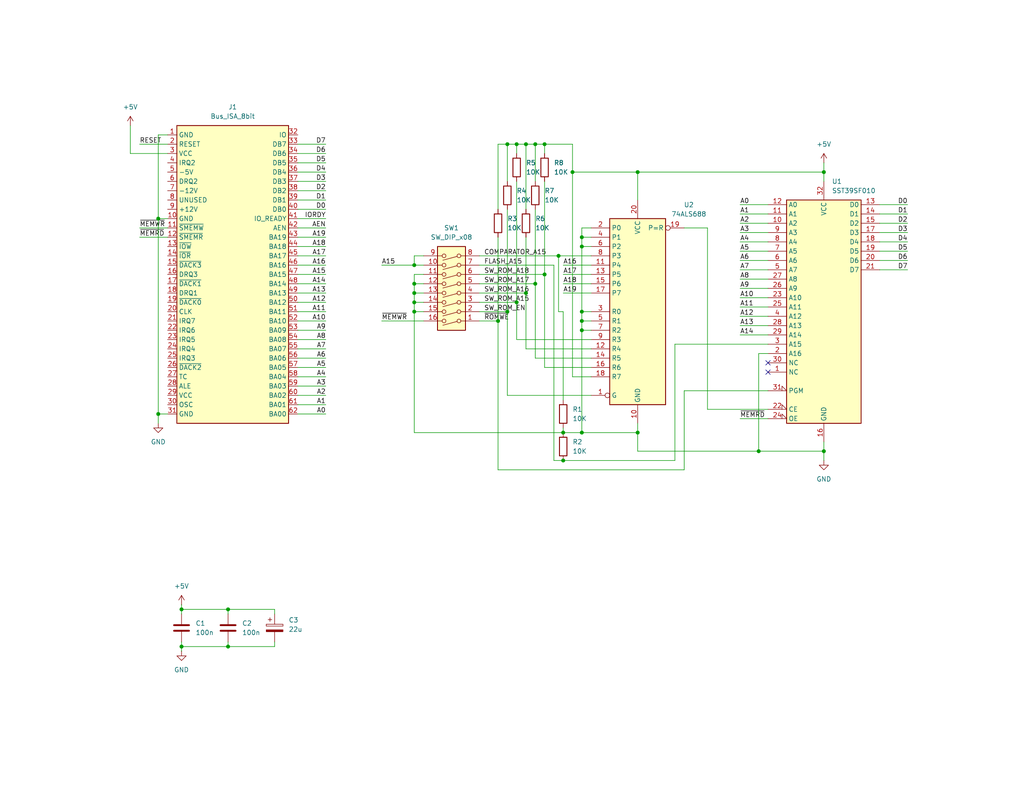
<source format=kicad_sch>
(kicad_sch (version 20231120) (generator "eeschema") (generator_version "8.0")
  (paper "USLetter")
  (title_block (title "ROM 'n Roll Star") (date "2024-09-21") (rev "1"))
  (lib_symbols
    (symbol "74xx:74LS688"
      (property "Reference" "U" (at -7.62 26.67 0))
      (property "Value" "74LS688" (at -7.62 -26.67 0))
      (symbol "74LS688_1_0"
        (pin input inverted (at -12.7 -22.86 0) (length 5.08) (name "G") (number "1"))
        (pin power_in line (at 0 -30.48 90) (length 5.08) (name "GND") (number "10"))
        (pin input line (at -12.7 12.7 0) (length 5.08) (name "P4") (number "11"))
        (pin input line (at -12.7 -10.16 0) (length 5.08) (name "R4") (number "12"))
        (pin input line (at -12.7 10.16 0) (length 5.08) (name "P5") (number "13"))
        (pin input line (at -12.7 -12.7 0) (length 5.08) (name "R5") (number "14"))
        (pin input line (at -12.7 7.62 0) (length 5.08) (name "P6") (number "15"))
        (pin input line (at -12.7 -15.24 0) (length 5.08) (name "R6") (number "16"))
        (pin input line (at -12.7 5.08 0) (length 5.08) (name "P7") (number "17"))
        (pin input line (at -12.7 -17.78 0) (length 5.08) (name "R7") (number "18"))
        (pin output inverted (at 12.7 22.86 180) (length 5.08) (name "P=R") (number "19"))
        (pin input line (at -12.7 22.86 0) (length 5.08) (name "P0") (number "2"))
        (pin power_in line (at 0 30.48 270) (length 5.08) (name "VCC") (number "20"))
        (pin input line (at -12.7 0 0) (length 5.08) (name "R0") (number "3"))
        (pin input line (at -12.7 20.32 0) (length 5.08) (name "P1") (number "4"))
        (pin input line (at -12.7 -2.54 0) (length 5.08) (name "R1") (number "5"))
        (pin input line (at -12.7 17.78 0) (length 5.08) (name "P2") (number "6"))
        (pin input line (at -12.7 -5.08 0) (length 5.08) (name "R2") (number "7"))
        (pin input line (at -12.7 15.24 0) (length 5.08) (name "P3") (number "8"))
        (pin input line (at -12.7 -7.62 0) (length 5.08) (name "R3") (number "9"))
      )
      (symbol "74LS688_1_1"
        (rectangle (start -7.62 25.4) (end 7.62 -25.4) (stroke (width 0.254)) (fill (type background)))
      )
    )
    (symbol "Connector:Bus_ISA_8bit"
      (property "Reference" "J" (at 0 42.545 0))
      (property "Value" "Bus_ISA_8bit" (at 0 -42.545 0))
      (symbol "Bus_ISA_8bit_0_1"
        (rectangle (start -15.24 -40.64) (end 15.24 40.64) (stroke (width 0.254)) (fill (type background)))
      )
      (symbol "Bus_ISA_8bit_1_1"
        (pin power_in line (at -17.78 38.1 0) (length 2.54) (name "GND") (number "1"))
        (pin power_in line (at -17.78 15.24 0) (length 2.54) (name "GND") (number "10"))
        (pin output line (at -17.78 12.7 0) (length 2.54) (name "~{SMEMW}") (number "11"))
        (pin output line (at -17.78 10.16 0) (length 2.54) (name "~{SMEMR}") (number "12"))
        (pin output line (at -17.78 7.62 0) (length 2.54) (name "~{IOW}") (number "13"))
        (pin output line (at -17.78 5.08 0) (length 2.54) (name "~{IOR}") (number "14"))
        (pin passive line (at -17.78 2.54 0) (length 2.54) (name "~{DACK3}") (number "15"))
        (pin passive line (at -17.78 0 0) (length 2.54) (name "DRQ3") (number "16"))
        (pin passive line (at -17.78 -2.54 0) (length 2.54) (name "~{DACK1}") (number "17"))
        (pin passive line (at -17.78 -5.08 0) (length 2.54) (name "DRQ1") (number "18"))
        (pin passive line (at -17.78 -7.62 0) (length 2.54) (name "~{DACK0}") (number "19"))
        (pin output line (at -17.78 35.56 0) (length 2.54) (name "RESET") (number "2"))
        (pin output line (at -17.78 -10.16 0) (length 2.54) (name "CLK") (number "20"))
        (pin passive line (at -17.78 -12.7 0) (length 2.54) (name "IRQ7") (number "21"))
        (pin passive line (at -17.78 -15.24 0) (length 2.54) (name "IRQ6") (number "22"))
        (pin passive line (at -17.78 -17.78 0) (length 2.54) (name "IRQ5") (number "23"))
        (pin passive line (at -17.78 -20.32 0) (length 2.54) (name "IRQ4") (number "24"))
        (pin passive line (at -17.78 -22.86 0) (length 2.54) (name "IRQ3") (number "25"))
        (pin passive line (at -17.78 -25.4 0) (length 2.54) (name "~{DACK2}") (number "26"))
        (pin passive line (at -17.78 -27.94 0) (length 2.54) (name "TC") (number "27"))
        (pin output line (at -17.78 -30.48 0) (length 2.54) (name "ALE") (number "28"))
        (pin power_in line (at -17.78 -33.02 0) (length 2.54) (name "VCC") (number "29"))
        (pin power_in line (at -17.78 33.02 0) (length 2.54) (name "VCC") (number "3"))
        (pin output line (at -17.78 -35.56 0) (length 2.54) (name "OSC") (number "30"))
        (pin power_in line (at -17.78 -38.1 0) (length 2.54) (name "GND") (number "31"))
        (pin passive line (at 17.78 38.1 180) (length 2.54) (name "IO") (number "32"))
        (pin tri_state line (at 17.78 35.56 180) (length 2.54) (name "DB7") (number "33"))
        (pin tri_state line (at 17.78 33.02 180) (length 2.54) (name "DB6") (number "34"))
        (pin tri_state line (at 17.78 30.48 180) (length 2.54) (name "DB5") (number "35"))
        (pin tri_state line (at 17.78 27.94 180) (length 2.54) (name "DB4") (number "36"))
        (pin tri_state line (at 17.78 25.4 180) (length 2.54) (name "DB3") (number "37"))
        (pin tri_state line (at 17.78 22.86 180) (length 2.54) (name "DB2") (number "38"))
        (pin tri_state line (at 17.78 20.32 180) (length 2.54) (name "DB1") (number "39"))
        (pin passive line (at -17.78 30.48 0) (length 2.54) (name "IRQ2") (number "4"))
        (pin tri_state line (at 17.78 17.78 180) (length 2.54) (name "DB0") (number "40"))
        (pin passive line (at 17.78 15.24 180) (length 2.54) (name "IO_READY") (number "41"))
        (pin output line (at 17.78 12.7 180) (length 2.54) (name "AEN") (number "42"))
        (pin tri_state line (at 17.78 10.16 180) (length 2.54) (name "BA19") (number "43"))
        (pin tri_state line (at 17.78 7.62 180) (length 2.54) (name "BA18") (number "44"))
        (pin tri_state line (at 17.78 5.08 180) (length 2.54) (name "BA17") (number "45"))
        (pin tri_state line (at 17.78 2.54 180) (length 2.54) (name "BA16") (number "46"))
        (pin tri_state line (at 17.78 0 180) (length 2.54) (name "BA15") (number "47"))
        (pin tri_state line (at 17.78 -2.54 180) (length 2.54) (name "BA14") (number "48"))
        (pin tri_state line (at 17.78 -5.08 180) (length 2.54) (name "BA13") (number "49"))
        (pin power_in line (at -17.78 27.94 0) (length 2.54) (name "-5V") (number "5"))
        (pin tri_state line (at 17.78 -7.62 180) (length 2.54) (name "BA12") (number "50"))
        (pin tri_state line (at 17.78 -10.16 180) (length 2.54) (name "BA11") (number "51"))
        (pin tri_state line (at 17.78 -12.7 180) (length 2.54) (name "BA10") (number "52"))
        (pin tri_state line (at 17.78 -15.24 180) (length 2.54) (name "BA09") (number "53"))
        (pin tri_state line (at 17.78 -17.78 180) (length 2.54) (name "BA08") (number "54"))
        (pin tri_state line (at 17.78 -20.32 180) (length 2.54) (name "BA07") (number "55"))
        (pin tri_state line (at 17.78 -22.86 180) (length 2.54) (name "BA06") (number "56"))
        (pin tri_state line (at 17.78 -25.4 180) (length 2.54) (name "BA05") (number "57"))
        (pin tri_state line (at 17.78 -27.94 180) (length 2.54) (name "BA04") (number "58"))
        (pin tri_state line (at 17.78 -30.48 180) (length 2.54) (name "BA03") (number "59"))
        (pin passive line (at -17.78 25.4 0) (length 2.54) (name "DRQ2") (number "6"))
        (pin tri_state line (at 17.78 -33.02 180) (length 2.54) (name "BA02") (number "60"))
        (pin tri_state line (at 17.78 -35.56 180) (length 2.54) (name "BA01") (number "61"))
        (pin tri_state line (at 17.78 -38.1 180) (length 2.54) (name "BA00") (number "62"))
        (pin power_in line (at -17.78 22.86 0) (length 2.54) (name "-12V") (number "7"))
        (pin passive line (at -17.78 20.32 0) (length 2.54) (name "UNUSED") (number "8"))
        (pin power_in line (at -17.78 17.78 0) (length 2.54) (name "+12V") (number "9"))
      )
    )
    (symbol "Device:C" (pin_numbers hide) (pin_names (offset 0.254))
      (property "Reference" "C" (at 0.635 2.54 0))
      (property "Value" "C" (at 0.635 -2.54 0))
      (symbol "C_0_1"
        (polyline (pts (xy -2.032 -0.762) (xy 2.032 -0.762)) (stroke (width 0.508)))
        (polyline (pts (xy -2.032 0.762) (xy 2.032 0.762)) (stroke (width 0.508)))
      )
      (symbol "C_1_1"
        (pin passive line (at 0 3.81 270) (length 2.794) (name "~") (number "1"))
        (pin passive line (at 0 -3.81 90) (length 2.794) (name "~") (number "2"))
      )
    )
    (symbol "Device:C_Polarized" (pin_numbers hide) (pin_names (offset 0.254))
      (property "Reference" "C" (at 0.635 2.54 0))
      (property "Value" "C_Polarized" (at 0.635 -2.54 0))
      (symbol "C_Polarized_0_1"
        (rectangle (start -2.286 0.508) (end 2.286 1.016))
        (polyline (pts (xy -1.778 2.286) (xy -0.762 2.286)))
        (polyline (pts (xy -1.27 2.794) (xy -1.27 1.778)))
        (rectangle (start 2.286 -0.508) (end -2.286 -1.016) (fill (type outline)))
      )
      (symbol "C_Polarized_1_1"
        (pin passive line (at 0 3.81 270) (length 2.794) (name "~") (number "1"))
        (pin passive line (at 0 -3.81 90) (length 2.794) (name "~") (number "2"))
      )
    )
    (symbol "Device:R" (pin_numbers hide) (pin_names (offset 0))
      (property "Reference" "R" (at 2.032 0 90))
      (property "Value" "R" (at 0 0 90))
      (symbol "R_0_1"
        (rectangle (start -1.016 -2.54) (end 1.016 2.54) (stroke (width 0.254)))
      )
      (symbol "R_1_1"
        (pin passive line (at 0 3.81 270) (length 1.27) (name "~") (number "1"))
        (pin passive line (at 0 -3.81 90) (length 1.27) (name "~") (number "2"))
      )
    )
    (symbol "Memory_Flash:SST39SF010"
      (property "Reference" "U" (at 2.54 33.02 0))
      (property "Value" "SST39SF010" (at 0 -30.48 0))
      (symbol "SST39SF010_0_0"
        (pin power_in line (at 0 -34.29 90) (length 5.08) (name "GND") (number "16"))
        (pin power_in line (at 0 36.83 270) (length 5.08) (name "VCC") (number "32"))
      )
      (symbol "SST39SF010_0_1"
        (rectangle (start -10.16 31.75) (end 10.16 -29.21) (stroke (width 0.254)) (fill (type background)))
      )
      (symbol "SST39SF010_1_1"
        (pin input line (at -15.24 -15.24 0) (length 5.08) (name "NC") (number "1"))
        (pin input line (at -15.24 25.4 0) (length 5.08) (name "A2") (number "10"))
        (pin input line (at -15.24 27.94 0) (length 5.08) (name "A1") (number "11"))
        (pin input line (at -15.24 30.48 0) (length 5.08) (name "A0") (number "12"))
        (pin tri_state line (at 15.24 30.48 180) (length 5.08) (name "D0") (number "13"))
        (pin tri_state line (at 15.24 27.94 180) (length 5.08) (name "D1") (number "14"))
        (pin tri_state line (at 15.24 25.4 180) (length 5.08) (name "D2") (number "15"))
        (pin tri_state line (at 15.24 22.86 180) (length 5.08) (name "D3") (number "17"))
        (pin tri_state line (at 15.24 20.32 180) (length 5.08) (name "D4") (number "18"))
        (pin tri_state line (at 15.24 17.78 180) (length 5.08) (name "D5") (number "19"))
        (pin input line (at -15.24 -10.16 0) (length 5.08) (name "A16") (number "2"))
        (pin tri_state line (at 15.24 15.24 180) (length 5.08) (name "D6") (number "20"))
        (pin tri_state line (at 15.24 12.7 180) (length 5.08) (name "D7") (number "21"))
        (pin input input_low (at -15.24 -25.4 0) (length 5.08) (name "CE") (number "22"))
        (pin input line (at -15.24 5.08 0) (length 5.08) (name "A10") (number "23"))
        (pin input input_low (at -15.24 -27.94 0) (length 5.08) (name "OE") (number "24"))
        (pin input line (at -15.24 2.54 0) (length 5.08) (name "A11") (number "25"))
        (pin input line (at -15.24 7.62 0) (length 5.08) (name "A9") (number "26"))
        (pin input line (at -15.24 10.16 0) (length 5.08) (name "A8") (number "27"))
        (pin input line (at -15.24 -2.54 0) (length 5.08) (name "A13") (number "28"))
        (pin input line (at -15.24 -5.08 0) (length 5.08) (name "A14") (number "29"))
        (pin input line (at -15.24 -7.62 0) (length 5.08) (name "A15") (number "3"))
        (pin input line (at -15.24 -12.7 0) (length 5.08) (name "NC") (number "30"))
        (pin input input_low (at -15.24 -20.32 0) (length 5.08) (name "PGM") (number "31"))
        (pin input line (at -15.24 0 0) (length 5.08) (name "A12") (number "4"))
        (pin input line (at -15.24 12.7 0) (length 5.08) (name "A7") (number "5"))
        (pin input line (at -15.24 15.24 0) (length 5.08) (name "A6") (number "6"))
        (pin input line (at -15.24 17.78 0) (length 5.08) (name "A5") (number "7"))
        (pin input line (at -15.24 20.32 0) (length 5.08) (name "A4") (number "8"))
        (pin input line (at -15.24 22.86 0) (length 5.08) (name "A3") (number "9"))
      )
    )
    (symbol "Switch:SW_DIP_x08" (pin_names (offset 0) hide)
      (property "Reference" "SW" (at 0 13.97 0))
      (property "Value" "SW_DIP_x08" (at 0 -11.43 0))
      (symbol "SW_DIP_x08_0_0"
        (circle (center -2.032 -7.62) (radius 0.508))
        (circle (center -2.032 -5.08) (radius 0.508))
        (circle (center -2.032 -2.54) (radius 0.508))
        (circle (center -2.032 0) (radius 0.508))
        (circle (center -2.032 2.54) (radius 0.508))
        (circle (center -2.032 5.08) (radius 0.508))
        (circle (center -2.032 7.62) (radius 0.508))
        (circle (center -2.032 10.16) (radius 0.508))
        (polyline (pts (xy -1.524 -7.4676) (xy 2.3622 -6.4262)))
        (polyline (pts (xy -1.524 -4.9276) (xy 2.3622 -3.8862)))
        (polyline (pts (xy -1.524 -2.3876) (xy 2.3622 -1.3462)))
        (polyline (pts (xy -1.524 0.127) (xy 2.3622 1.1684)))
        (polyline (pts (xy -1.524 2.667) (xy 2.3622 3.7084)))
        (polyline (pts (xy -1.524 5.207) (xy 2.3622 6.2484)))
        (polyline (pts (xy -1.524 7.747) (xy 2.3622 8.7884)))
        (polyline (pts (xy -1.524 10.287) (xy 2.3622 11.3284)))
        (circle (center 2.032 -7.62) (radius 0.508))
        (circle (center 2.032 -5.08) (radius 0.508))
        (circle (center 2.032 -2.54) (radius 0.508))
        (circle (center 2.032 0) (radius 0.508))
        (circle (center 2.032 2.54) (radius 0.508))
        (circle (center 2.032 5.08) (radius 0.508))
        (circle (center 2.032 7.62) (radius 0.508))
        (circle (center 2.032 10.16) (radius 0.508))
      )
      (symbol "SW_DIP_x08_0_1"
        (rectangle (start -3.81 12.7) (end 3.81 -10.16) (stroke (width 0.254)) (fill (type background)))
      )
      (symbol "SW_DIP_x08_1_1"
        (pin passive line (at -7.62 10.16 0) (length 5.08) (name "~") (number "1"))
        (pin passive line (at 7.62 -5.08 180) (length 5.08) (name "~") (number "10"))
        (pin passive line (at 7.62 -2.54 180) (length 5.08) (name "~") (number "11"))
        (pin passive line (at 7.62 0 180) (length 5.08) (name "~") (number "12"))
        (pin passive line (at 7.62 2.54 180) (length 5.08) (name "~") (number "13"))
        (pin passive line (at 7.62 5.08 180) (length 5.08) (name "~") (number "14"))
        (pin passive line (at 7.62 7.62 180) (length 5.08) (name "~") (number "15"))
        (pin passive line (at 7.62 10.16 180) (length 5.08) (name "~") (number "16"))
        (pin passive line (at -7.62 7.62 0) (length 5.08) (name "~") (number "2"))
        (pin passive line (at -7.62 5.08 0) (length 5.08) (name "~") (number "3"))
        (pin passive line (at -7.62 2.54 0) (length 5.08) (name "~") (number "4"))
        (pin passive line (at -7.62 0 0) (length 5.08) (name "~") (number "5"))
        (pin passive line (at -7.62 -2.54 0) (length 5.08) (name "~") (number "6"))
        (pin passive line (at -7.62 -5.08 0) (length 5.08) (name "~") (number "7"))
        (pin passive line (at -7.62 -7.62 0) (length 5.08) (name "~") (number "8"))
        (pin passive line (at 7.62 -7.62 180) (length 5.08) (name "~") (number "9"))
      )
    )
    (symbol "power:+5V" (power) (pin_numbers hide) (pin_names (offset 0) hide)
      (property "Value" "+5V" (at 0 3.556 0))
      (symbol "+5V_0_1"
        (polyline (pts (xy -0.762 1.27) (xy 0 2.54)))
        (polyline (pts (xy 0 0) (xy 0 2.54)))
        (polyline (pts (xy 0 2.54) (xy 0.762 1.27)))
      )
      (symbol "+5V_1_1"
        (pin power_in line (at 0 0 90) (length 0) (name "~") (number "1"))
      )
    )
    (symbol "power:GND" (power) (pin_numbers hide) (pin_names (offset 0) hide)
      (property "Value" "GND" (at 0 -3.81 0))
      (symbol "GND_0_1"
        (polyline (pts (xy 0 0) (xy 0 -1.27) (xy 1.27 -1.27) (xy 0 -2.54) (xy -1.27 -1.27) (xy 0 -1.27)))
      )
      (symbol "GND_1_1"
        (pin power_in line (at 0 0 270) (length 0) (name "~") (number "1"))
      )
    )
  )
  (junction (at 156.21 46.99))
  (junction (at 138.43 39.37))
  (junction (at 146.05 77.47))
  (junction (at 138.43 85.09))
  (junction (at 158.75 90.17))
  (junction (at 143.51 80.01))
  (junction (at 43.18 113.03))
  (junction (at 140.97 39.37))
  (junction (at 140.97 82.55))
  (junction (at 152.4 69.85))
  (junction (at 148.59 74.93))
  (junction (at 153.67 118.11))
  (junction (at 143.51 39.37))
  (junction (at 49.53 176.53))
  (junction (at 113.03 82.55))
  (junction (at 173.99 46.99))
  (junction (at 153.67 125.73))
  (junction (at 113.03 72.39))
  (junction (at 43.18 59.69))
  (junction (at 113.03 77.47))
  (junction (at 148.59 39.37))
  (junction (at 173.99 118.11))
  (junction (at 49.53 166.37))
  (junction (at 113.03 80.01))
  (junction (at 158.75 67.31))
  (junction (at 224.79 123.19))
  (junction (at 62.23 176.53))
  (junction (at 62.23 166.37))
  (junction (at 158.75 64.77))
  (junction (at 224.79 46.99))
  (junction (at 135.89 87.63))
  (junction (at 146.05 39.37))
  (junction (at 158.75 85.09))
  (junction (at 158.75 118.11))
  (junction (at 113.03 85.09))
  (junction (at 207.01 123.19))
  (junction (at 158.75 87.63))
  (no_connect (at 209.55 99.06))
  (no_connect (at 209.55 101.6))
  (wire (pts (xy 62.23 176.53) (xy 74.93 176.53)))
  (wire (pts (xy 49.53 175.26) (xy 49.53 176.53)))
  (wire (pts (xy 240.03 73.66) (xy 247.65 73.66)))
  (wire (pts (xy 81.28 57.15) (xy 88.9 57.15)))
  (wire (pts (xy 113.03 72.39) (xy 113.03 69.85)))
  (wire (pts (xy 153.67 109.22) (xy 153.67 85.09)))
  (wire (pts (xy 209.55 60.96) (xy 201.93 60.96)))
  (wire (pts (xy 81.28 39.37) (xy 88.9 39.37)))
  (wire (pts (xy 156.21 46.99) (xy 156.21 102.87)))
  (wire (pts (xy 161.29 72.39) (xy 153.67 72.39)))
  (wire (pts (xy 43.18 113.03) (xy 43.18 115.57)))
  (wire (pts (xy 43.18 59.69) (xy 43.18 113.03)))
  (wire (pts (xy 209.55 96.52) (xy 207.01 96.52)))
  (wire (pts (xy 209.55 71.12) (xy 201.93 71.12)))
  (wire (pts (xy 81.28 44.45) (xy 88.9 44.45)))
  (wire (pts (xy 113.03 82.55) (xy 115.57 82.55)))
  (wire (pts (xy 152.4 69.85) (xy 161.29 69.85)))
  (wire (pts (xy 158.75 62.23) (xy 158.75 64.77)))
  (wire (pts (xy 224.79 123.19) (xy 224.79 125.73)))
  (wire (pts (xy 143.51 39.37) (xy 140.97 39.37)))
  (wire (pts (xy 81.28 67.31) (xy 88.9 67.31)))
  (wire (pts (xy 138.43 85.09) (xy 130.81 85.09)))
  (wire (pts (xy 81.28 77.47) (xy 88.9 77.47)))
  (wire (pts (xy 153.67 116.84) (xy 153.67 118.11)))
  (wire (pts (xy 151.13 72.39) (xy 130.81 72.39)))
  (wire (pts (xy 161.29 95.25) (xy 143.51 95.25)))
  (wire (pts (xy 207.01 96.52) (xy 207.01 123.19)))
  (wire (pts (xy 156.21 39.37) (xy 156.21 46.99)))
  (wire (pts (xy 161.29 102.87) (xy 156.21 102.87)))
  (wire (pts (xy 186.69 62.23) (xy 193.04 62.23)))
  (wire (pts (xy 209.55 76.2) (xy 201.93 76.2)))
  (wire (pts (xy 140.97 92.71) (xy 140.97 82.55)))
  (wire (pts (xy 130.81 69.85) (xy 152.4 69.85)))
  (wire (pts (xy 240.03 55.88) (xy 247.65 55.88)))
  (wire (pts (xy 81.28 107.95) (xy 88.9 107.95)))
  (wire (pts (xy 209.55 88.9) (xy 201.93 88.9)))
  (wire (pts (xy 104.14 72.39) (xy 113.03 72.39)))
  (wire (pts (xy 224.79 44.45) (xy 224.79 46.99)))
  (wire (pts (xy 81.28 105.41) (xy 88.9 105.41)))
  (wire (pts (xy 161.29 97.79) (xy 146.05 97.79)))
  (wire (pts (xy 207.01 123.19) (xy 173.99 123.19)))
  (wire (pts (xy 49.53 165.1) (xy 49.53 166.37)))
  (wire (pts (xy 161.29 80.01) (xy 153.67 80.01)))
  (wire (pts (xy 201.93 114.3) (xy 209.55 114.3)))
  (wire (pts (xy 143.51 80.01) (xy 130.81 80.01)))
  (wire (pts (xy 104.14 87.63) (xy 115.57 87.63)))
  (wire (pts (xy 81.28 95.25) (xy 88.9 95.25)))
  (wire (pts (xy 143.51 64.77) (xy 143.51 80.01)))
  (wire (pts (xy 158.75 85.09) (xy 161.29 85.09)))
  (wire (pts (xy 186.69 106.68) (xy 209.55 106.68)))
  (wire (pts (xy 49.53 176.53) (xy 49.53 177.8)))
  (wire (pts (xy 113.03 118.11) (xy 113.03 85.09)))
  (wire (pts (xy 158.75 67.31) (xy 158.75 85.09)))
  (wire (pts (xy 62.23 166.37) (xy 74.93 166.37)))
  (wire (pts (xy 158.75 87.63) (xy 158.75 85.09)))
  (wire (pts (xy 209.55 73.66) (xy 201.93 73.66)))
  (wire (pts (xy 81.28 52.07) (xy 88.9 52.07)))
  (wire (pts (xy 186.69 128.27) (xy 186.69 106.68)))
  (wire (pts (xy 81.28 46.99) (xy 88.9 46.99)))
  (wire (pts (xy 49.53 166.37) (xy 62.23 166.37)))
  (wire (pts (xy 161.29 77.47) (xy 153.67 77.47)))
  (wire (pts (xy 81.28 80.01) (xy 88.9 80.01)))
  (wire (pts (xy 81.28 113.03) (xy 88.9 113.03)))
  (wire (pts (xy 161.29 107.95) (xy 138.43 107.95)))
  (wire (pts (xy 148.59 74.93) (xy 130.81 74.93)))
  (wire (pts (xy 156.21 46.99) (xy 173.99 46.99)))
  (wire (pts (xy 146.05 39.37) (xy 143.51 39.37)))
  (wire (pts (xy 138.43 57.15) (xy 138.43 85.09)))
  (wire (pts (xy 49.53 166.37) (xy 49.53 167.64)))
  (wire (pts (xy 49.53 176.53) (xy 62.23 176.53)))
  (wire (pts (xy 113.03 82.55) (xy 113.03 80.01)))
  (wire (pts (xy 158.75 118.11) (xy 158.75 90.17)))
  (wire (pts (xy 81.28 41.91) (xy 88.9 41.91)))
  (wire (pts (xy 209.55 63.5) (xy 201.93 63.5)))
  (wire (pts (xy 209.55 55.88) (xy 201.93 55.88)))
  (wire (pts (xy 81.28 100.33) (xy 88.9 100.33)))
  (wire (pts (xy 81.28 72.39) (xy 88.9 72.39)))
  (wire (pts (xy 240.03 71.12) (xy 247.65 71.12)))
  (wire (pts (xy 43.18 59.69) (xy 45.72 59.69)))
  (wire (pts (xy 209.55 81.28) (xy 201.93 81.28)))
  (wire (pts (xy 158.75 90.17) (xy 158.75 87.63)))
  (wire (pts (xy 138.43 39.37) (xy 138.43 49.53)))
  (wire (pts (xy 240.03 60.96) (xy 247.65 60.96)))
  (wire (pts (xy 146.05 97.79) (xy 146.05 77.47)))
  (wire (pts (xy 158.75 64.77) (xy 161.29 64.77)))
  (wire (pts (xy 148.59 49.53) (xy 148.59 74.93)))
  (wire (pts (xy 81.28 62.23) (xy 88.9 62.23)))
  (wire (pts (xy 113.03 85.09) (xy 113.03 82.55)))
  (wire (pts (xy 193.04 111.76) (xy 209.55 111.76)))
  (wire (pts (xy 158.75 67.31) (xy 161.29 67.31)))
  (wire (pts (xy 148.59 41.91) (xy 148.59 39.37)))
  (wire (pts (xy 81.28 87.63) (xy 88.9 87.63)))
  (wire (pts (xy 161.29 92.71) (xy 140.97 92.71)))
  (wire (pts (xy 148.59 100.33) (xy 148.59 74.93)))
  (wire (pts (xy 161.29 74.93) (xy 153.67 74.93)))
  (wire (pts (xy 173.99 115.57) (xy 173.99 118.11)))
  (wire (pts (xy 81.28 69.85) (xy 88.9 69.85)))
  (wire (pts (xy 113.03 77.47) (xy 115.57 77.47)))
  (wire (pts (xy 38.1 39.37) (xy 45.72 39.37)))
  (wire (pts (xy 62.23 166.37) (xy 62.23 167.64)))
  (wire (pts (xy 45.72 36.83) (xy 43.18 36.83)))
  (wire (pts (xy 113.03 80.01) (xy 113.03 77.47)))
  (wire (pts (xy 153.67 85.09) (xy 152.4 85.09)))
  (wire (pts (xy 148.59 39.37) (xy 146.05 39.37)))
  (wire (pts (xy 158.75 64.77) (xy 158.75 67.31)))
  (wire (pts (xy 43.18 113.03) (xy 45.72 113.03)))
  (wire (pts (xy 62.23 175.26) (xy 62.23 176.53)))
  (wire (pts (xy 209.55 66.04) (xy 201.93 66.04)))
  (wire (pts (xy 209.55 78.74) (xy 201.93 78.74)))
  (wire (pts (xy 151.13 125.73) (xy 151.13 72.39)))
  (wire (pts (xy 240.03 68.58) (xy 247.65 68.58)))
  (wire (pts (xy 81.28 92.71) (xy 88.9 92.71)))
  (wire (pts (xy 135.89 128.27) (xy 186.69 128.27)))
  (wire (pts (xy 224.79 46.99) (xy 173.99 46.99)))
  (wire (pts (xy 130.81 87.63) (xy 135.89 87.63)))
  (wire (pts (xy 143.51 95.25) (xy 143.51 80.01)))
  (wire (pts (xy 140.97 82.55) (xy 130.81 82.55)))
  (wire (pts (xy 209.55 91.44) (xy 201.93 91.44)))
  (wire (pts (xy 38.1 64.77) (xy 45.72 64.77)))
  (wire (pts (xy 146.05 77.47) (xy 130.81 77.47)))
  (wire (pts (xy 135.89 64.77) (xy 135.89 87.63)))
  (wire (pts (xy 152.4 85.09) (xy 152.4 69.85)))
  (wire (pts (xy 207.01 123.19) (xy 224.79 123.19)))
  (wire (pts (xy 43.18 36.83) (xy 43.18 59.69)))
  (wire (pts (xy 193.04 62.23) (xy 193.04 111.76)))
  (wire (pts (xy 161.29 62.23) (xy 158.75 62.23)))
  (wire (pts (xy 81.28 49.53) (xy 88.9 49.53)))
  (wire (pts (xy 135.89 39.37) (xy 135.89 57.15)))
  (wire (pts (xy 74.93 175.26) (xy 74.93 176.53)))
  (wire (pts (xy 148.59 39.37) (xy 156.21 39.37)))
  (wire (pts (xy 224.79 123.19) (xy 224.79 120.65)))
  (wire (pts (xy 224.79 49.53) (xy 224.79 46.99)))
  (wire (pts (xy 81.28 74.93) (xy 88.9 74.93)))
  (wire (pts (xy 209.55 68.58) (xy 201.93 68.58)))
  (wire (pts (xy 35.56 34.29) (xy 35.56 41.91)))
  (wire (pts (xy 140.97 39.37) (xy 140.97 41.91)))
  (wire (pts (xy 209.55 58.42) (xy 201.93 58.42)))
  (wire (pts (xy 81.28 64.77) (xy 88.9 64.77)))
  (wire (pts (xy 74.93 166.37) (xy 74.93 167.64)))
  (wire (pts (xy 113.03 85.09) (xy 115.57 85.09)))
  (wire (pts (xy 240.03 66.04) (xy 247.65 66.04)))
  (wire (pts (xy 153.67 118.11) (xy 113.03 118.11)))
  (wire (pts (xy 173.99 118.11) (xy 158.75 118.11)))
  (wire (pts (xy 209.55 93.98) (xy 184.15 93.98)))
  (wire (pts (xy 209.55 83.82) (xy 201.93 83.82)))
  (wire (pts (xy 113.03 80.01) (xy 115.57 80.01)))
  (wire (pts (xy 184.15 93.98) (xy 184.15 125.73)))
  (wire (pts (xy 81.28 54.61) (xy 88.9 54.61)))
  (wire (pts (xy 81.28 82.55) (xy 88.9 82.55)))
  (wire (pts (xy 35.56 41.91) (xy 45.72 41.91)))
  (wire (pts (xy 158.75 90.17) (xy 161.29 90.17)))
  (wire (pts (xy 184.15 125.73) (xy 153.67 125.73)))
  (wire (pts (xy 81.28 85.09) (xy 88.9 85.09)))
  (wire (pts (xy 81.28 90.17) (xy 88.9 90.17)))
  (wire (pts (xy 113.03 69.85) (xy 115.57 69.85)))
  (wire (pts (xy 153.67 125.73) (xy 151.13 125.73)))
  (wire (pts (xy 209.55 86.36) (xy 201.93 86.36)))
  (wire (pts (xy 81.28 102.87) (xy 88.9 102.87)))
  (wire (pts (xy 161.29 100.33) (xy 148.59 100.33)))
  (wire (pts (xy 146.05 57.15) (xy 146.05 77.47)))
  (wire (pts (xy 38.1 62.23) (xy 45.72 62.23)))
  (wire (pts (xy 135.89 87.63) (xy 135.89 128.27)))
  (wire (pts (xy 81.28 59.69) (xy 88.9 59.69)))
  (wire (pts (xy 138.43 107.95) (xy 138.43 85.09)))
  (wire (pts (xy 143.51 39.37) (xy 143.51 57.15)))
  (wire (pts (xy 113.03 72.39) (xy 115.57 72.39)))
  (wire (pts (xy 240.03 63.5) (xy 247.65 63.5)))
  (wire (pts (xy 173.99 123.19) (xy 173.99 118.11)))
  (wire (pts (xy 158.75 118.11) (xy 153.67 118.11)))
  (wire (pts (xy 81.28 97.79) (xy 88.9 97.79)))
  (wire (pts (xy 140.97 49.53) (xy 140.97 82.55)))
  (wire (pts (xy 140.97 39.37) (xy 138.43 39.37)))
  (wire (pts (xy 146.05 39.37) (xy 146.05 49.53)))
  (wire (pts (xy 113.03 74.93) (xy 115.57 74.93)))
  (wire (pts (xy 81.28 110.49) (xy 88.9 110.49)))
  (wire (pts (xy 113.03 77.47) (xy 113.03 74.93)))
  (wire (pts (xy 138.43 39.37) (xy 135.89 39.37)))
  (wire (pts (xy 158.75 87.63) (xy 161.29 87.63)))
  (wire (pts (xy 240.03 58.42) (xy 247.65 58.42)))
  (wire (pts (xy 173.99 46.99) (xy 173.99 54.61)))
  (label "SW_ROM_A18" (at 132.08 74.93 0))
  (label "A4" (at 88.9 102.87 180))
  (label "A18" (at 153.67 77.47 0))
  (label "D6" (at 247.65 71.12 180))
  (label "A6" (at 88.9 97.79 180))
  (label "A19" (at 153.67 80.01 0))
  (label "A17" (at 88.9 69.85 180))
  (label "A4" (at 201.93 66.04 0))
  (label "A5" (at 88.9 100.33 180))
  (label "A5" (at 201.93 68.58 0))
  (label "A9" (at 201.93 78.74 0))
  (label "A7" (at 201.93 73.66 0))
  (label "D4" (at 247.65 66.04 180))
  (label "D5" (at 247.65 68.58 180))
  (label "SW_ROM_A15" (at 132.08 82.55 0))
  (label "A7" (at 88.9 95.25 180))
  (label "A9" (at 88.9 90.17 180))
  (label "D2" (at 247.65 60.96 180))
  (label "A13" (at 201.93 88.9 0))
  (label "~{MEMWR}" (at 38.1 62.23 0))
  (label "D0" (at 247.65 55.88 180))
  (label "A8" (at 201.93 76.2 0))
  (label "A10" (at 88.9 87.63 180))
  (label "A12" (at 88.9 82.55 180))
  (label "SW_ROM_A16" (at 132.08 80.01 0))
  (label "D3" (at 88.9 49.53 180))
  (label "A14" (at 88.9 77.47 180))
  (label "A1" (at 201.93 58.42 0))
  (label "D3" (at 247.65 63.5 180))
  (label "~{ROMWE}" (at 132.08 87.63 0))
  (label "A0" (at 201.93 55.88 0))
  (label "A0" (at 88.9 113.03 180))
  (label "A11" (at 201.93 83.82 0))
  (label "A15" (at 104.14 72.39 0))
  (label "~{MEMRD}" (at 201.93 114.3 0))
  (label "RESET" (at 38.1 39.37 0))
  (label "A12" (at 201.93 86.36 0))
  (label "~{MEMRD}" (at 38.1 64.77 0))
  (label "A2" (at 201.93 60.96 0))
  (label "AEN" (at 88.9 62.23 180))
  (label "A13" (at 88.9 80.01 180))
  (label "COMPARATOR_A15" (at 132.08 69.85 0))
  (label "A1" (at 88.9 110.49 180))
  (label "~{MEMWR}" (at 104.14 87.63 0))
  (label "A3" (at 88.9 105.41 180))
  (label "A16" (at 88.9 72.39 180))
  (label "A6" (at 201.93 71.12 0))
  (label "D2" (at 88.9 52.07 180))
  (label "A14" (at 201.93 91.44 0))
  (label "FLASH_A15" (at 132.08 72.39 0))
  (label "SW_ROM_A17" (at 132.08 77.47 0))
  (label "D1" (at 247.65 58.42 180))
  (label "A16" (at 153.67 72.39 0))
  (label "IORDY" (at 88.9 59.69 180))
  (label "A3" (at 201.93 63.5 0))
  (label "A19" (at 88.9 64.77 180))
  (label "A10" (at 201.93 81.28 0))
  (label "A8" (at 88.9 92.71 180))
  (label "D6" (at 88.9 41.91 180))
  (label "D1" (at 88.9 54.61 180))
  (label "D5" (at 88.9 44.45 180))
  (label "D0" (at 88.9 57.15 180))
  (label "A2" (at 88.9 107.95 180))
  (label "D7" (at 247.65 73.66 180))
  (label "A18" (at 88.9 67.31 180))
  (label "D4" (at 88.9 46.99 180))
  (label "A17" (at 153.67 74.93 0))
  (label "A11" (at 88.9 85.09 180))
  (label "SW_ROM_EN" (at 132.08 85.09 0))
  (label "A15" (at 88.9 74.93 180))
  (label "D7" (at 88.9 39.37 180))
  (symbol (lib_id "power:+5V") (at 35.56 34.29 0) (unit 1)
    (property "Reference" "#PWR01" (effects (hide yes)))
    (property "Value" "+5V" (at 35.56 29.21 0))
    (property "Description" "Power symbol creates a global label with name \"+5V\"" (effects (hide yes)))
  )
  (symbol (lib_id "Device:R") (at 146.05 53.34 0) (unit 1)
    (property "Reference" "R7" (at 148.59 52.0699 0) (effects (justify left)))
    (property "Value" "10K" (at 148.59 54.6099 0) (effects (justify left)))
    (property "Footprint" "Resistor_SMD:R_0603_1608Metric_Pad0.98x0.95mm_HandSolder" (effects (hide yes)))
    (property "Description" "Resistor" (effects (hide yes)))
  )
  (symbol (lib_id "Connector:Bus_ISA_8bit") (at 63.5 74.93 0) (unit 1)
    (property "Reference" "J1" (at 63.5 29.21 0))
    (property "Value" "Bus_ISA_8bit" (at 63.5 31.75 0))
    (property "Footprint" "pc-parts:BUS_AT_8BIT" (effects (hide yes)))
    (property "Datasheet" "https://en.wikipedia.org/wiki/Industry_Standard_Architecture" (effects (hide yes)))
    (property "Description" "8-bit ISA-PC bus connector" (effects (hide yes)))
  )
  (symbol (lib_id "power:GND") (at 43.18 115.57 0) (unit 1)
    (property "Reference" "#PWR02" (effects (hide yes)))
    (property "Value" "GND" (at 43.18 120.65 0))
    (property "Description" "Power symbol creates a global label with name \"GND\" , ground" (effects (hide yes)))
  )
  (symbol (lib_id "Device:C_Polarized") (at 74.93 171.45 0) (unit 1)
    (property "Reference" "C3" (at 78.74 169.2909 0) (effects (justify left)))
    (property "Value" "22u" (at 78.74 171.8309 0) (effects (justify left)))
    (property "Footprint" "Capacitor_SMD:CP_Elec_5x5.3" (effects (hide yes)))
    (property "Description" "Polarized capacitor" (effects (hide yes)))
  )
  (symbol (lib_id "power:+5V") (at 224.79 44.45 0) (unit 1)
    (property "Reference" "#PWR05" (effects (hide yes)))
    (property "Value" "+5V" (at 224.79 39.37 0))
    (property "Description" "Power symbol creates a global label with name \"+5V\"" (effects (hide yes)))
  )
  (symbol (lib_id "power:GND") (at 49.53 177.8 0) (unit 1)
    (property "Reference" "#PWR018" (effects (hide yes)))
    (property "Value" "GND" (at 49.53 182.88 0))
    (property "Description" "Power symbol creates a global label with name \"GND\" , ground" (effects (hide yes)))
  )
  (symbol (lib_id "Device:C") (at 49.53 171.45 0) (unit 1)
    (property "Reference" "C1" (at 53.34 170.1799 0) (effects (justify left)))
    (property "Value" "100n" (at 53.34 172.7199 0) (effects (justify left)))
    (property "Footprint" "Capacitor_SMD:C_0603_1608Metric_Pad1.08x0.95mm_HandSolder" (effects (hide yes)))
    (property "Description" "Unpolarized capacitor" (effects (hide yes)))
  )
  (symbol (lib_id "Switch:SW_DIP_x08") (at 123.19 77.47 180) (unit 1)
    (property "Reference" "SW1" (at 123.19 62.23 0))
    (property "Value" "SW_DIP_x08" (at 123.19 64.77 0))
    (property "Footprint" "Button_Switch_THT:SW_DIP_SPSTx08_Slide_9.78x22.5mm_W7.62mm_P2.54mm" (effects (hide yes)))
    (property "Description" "8x DIP Switch, Single Pole Single Throw (SPST) switch, small symbol" (effects (hide yes)))
  )
  (symbol (lib_id "Device:R") (at 140.97 45.72 0) (unit 1)
    (property "Reference" "R5" (at 143.51 44.4499 0) (effects (justify left)))
    (property "Value" "10K" (at 143.51 46.9899 0) (effects (justify left)))
    (property "Footprint" "Resistor_SMD:R_0603_1608Metric_Pad0.98x0.95mm_HandSolder" (effects (hide yes)))
    (property "Description" "Resistor" (effects (hide yes)))
  )
  (symbol (lib_id "Device:R") (at 135.89 60.96 0) (unit 1)
    (property "Reference" "R3" (at 138.43 59.6899 0) (effects (justify left)))
    (property "Value" "10K" (at 138.43 62.2299 0) (effects (justify left)))
    (property "Footprint" "Resistor_SMD:R_0603_1608Metric_Pad0.98x0.95mm_HandSolder" (effects (hide yes)))
    (property "Description" "Resistor" (effects (hide yes)))
  )
  (symbol (lib_id "74xx:74LS688") (at 173.99 85.09 0) (unit 1)
    (property "Reference" "U2" (at 187.96 55.9114 0))
    (property "Value" "74ALS688" (at 187.96 58.4514 0))
    (property "Footprint" "Package_DIP:DIP-20_W7.62mm" (effects (hide yes)))
    (property "Datasheet" "http://www.ti.com/lit/gpn/sn74LS688" (effects (hide yes)))
    (property "Description" "8-bit magnitude comparator" (effects (hide yes)))
  )
  (symbol (lib_id "Device:C") (at 62.23 171.45 0) (unit 1)
    (property "Reference" "C2" (at 66.04 170.1799 0) (effects (justify left)))
    (property "Value" "100n" (at 66.04 172.7199 0) (effects (justify left)))
    (property "Footprint" "Capacitor_SMD:C_0603_1608Metric_Pad1.08x0.95mm_HandSolder" (effects (hide yes)))
    (property "Description" "Unpolarized capacitor" (effects (hide yes)))
  )
  (symbol (lib_id "Device:R") (at 138.43 53.34 0) (unit 1)
    (property "Reference" "R4" (at 140.97 52.0699 0) (effects (justify left)))
    (property "Value" "10K" (at 140.97 54.6099 0) (effects (justify left)))
    (property "Footprint" "Resistor_SMD:R_0603_1608Metric_Pad0.98x0.95mm_HandSolder" (effects (hide yes)))
    (property "Description" "Resistor" (effects (hide yes)))
  )
  (symbol (lib_id "Device:R") (at 153.67 121.92 0) (unit 1)
    (property "Reference" "R2" (at 156.21 120.6499 0) (effects (justify left)))
    (property "Value" "10K" (at 156.21 123.1899 0) (effects (justify left)))
    (property "Footprint" "Resistor_SMD:R_0603_1608Metric_Pad0.98x0.95mm_HandSolder" (effects (hide yes)))
    (property "Description" "Resistor" (effects (hide yes)))
  )
  (symbol (lib_id "Device:R") (at 148.59 45.72 0) (unit 1)
    (property "Reference" "R8" (at 151.13 44.4499 0) (effects (justify left)))
    (property "Value" "10K" (at 151.13 46.9899 0) (effects (justify left)))
    (property "Footprint" "Resistor_SMD:R_0603_1608Metric_Pad0.98x0.95mm_HandSolder" (effects (hide yes)))
    (property "Description" "Resistor" (effects (hide yes)))
  )
  (symbol (lib_id "power:+5V") (at 49.53 165.1 0) (unit 1)
    (property "Reference" "#PWR019" (effects (hide yes)))
    (property "Value" "+5V" (at 49.53 160.02 0))
    (property "Description" "Power symbol creates a global label with name \"+5V\"" (effects (hide yes)))
  )
  (symbol (lib_id "Memory_Flash:SST39SF010") (at 224.79 86.36 0) (unit 1)
    (property "Reference" "U1" (at 226.9841 49.53 0) (effects (justify left)))
    (property "Value" "SST39SF010" (at 226.9841 52.07 0) (effects (justify left)))
    (property "Footprint" "Package_DIP:DIP-32_W15.24mm" (effects (hide yes)))
    (property "Datasheet" "http://ww1.microchip.com/downloads/en/DeviceDoc/25022B.pdf" (effects (hide yes)))
    (property "Description" "Silicon Storage Technology (SSF) 128k x 8 Flash ROM" (effects (hide yes)))
  )
  (symbol (lib_id "Device:R") (at 153.67 113.03 0) (unit 1)
    (property "Reference" "R1" (at 156.21 111.7599 0) (effects (justify left)))
    (property "Value" "10K" (at 156.21 114.2999 0) (effects (justify left)))
    (property "Footprint" "Resistor_SMD:R_0603_1608Metric_Pad0.98x0.95mm_HandSolder" (effects (hide yes)))
    (property "Description" "Resistor" (effects (hide yes)))
  )
  (symbol (lib_id "Device:R") (at 143.51 60.96 0) (unit 1)
    (property "Reference" "R6" (at 146.05 59.6899 0) (effects (justify left)))
    (property "Value" "10K" (at 146.05 62.2299 0) (effects (justify left)))
    (property "Footprint" "Resistor_SMD:R_0603_1608Metric_Pad0.98x0.95mm_HandSolder" (effects (hide yes)))
    (property "Description" "Resistor" (effects (hide yes)))
  )
  (symbol (lib_id "power:GND") (at 224.79 125.73 0) (unit 1)
    (property "Reference" "#PWR06" (effects (hide yes)))
    (property "Value" "GND" (at 224.79 130.81 0))
    (property "Description" "Power symbol creates a global label with name \"GND\" , ground" (effects (hide yes)))
  )
)
</source>
